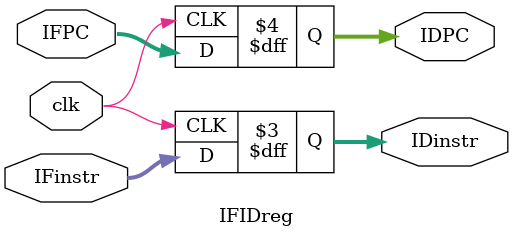
<source format=v>
module IFIDreg(IFinstr, IFPC,
			   IDinstr, IDPC,	
				clk);

	input [31:0] IFinstr;
	input [63:0] IFPC;
	
    output  [31:0] IDinstr; 
    output [63:0] IDPC;
    
    reg  [31:0] IDinstr;
    reg [63:0] IDPC;
   
    input clk;
    
    initial
		begin
            IDinstr <= 0;
            IDPC <= 0;
        end
    
    
always @(posedge clk)		// IF/ID Pipeline Register
    begin
            IDinstr <= IFinstr;
            IDPC <= IFPC;
    end   


endmodule
</source>
